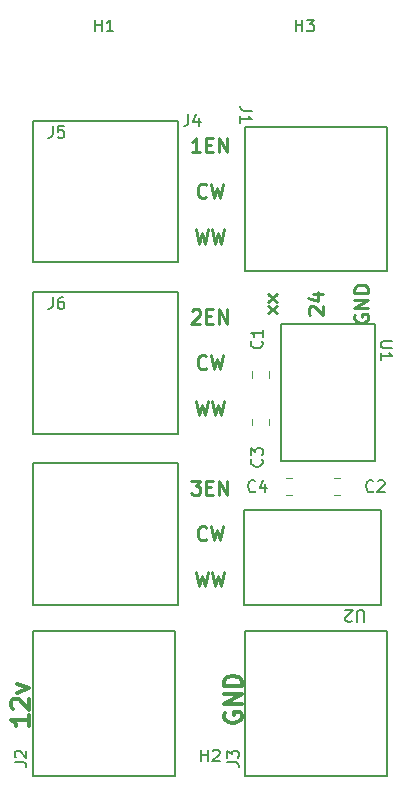
<source format=gbr>
%TF.GenerationSoftware,KiCad,Pcbnew,(6.0.4)*%
%TF.CreationDate,2022-11-04T10:04:38-04:00*%
%TF.ProjectId,controller board,636f6e74-726f-46c6-9c65-7220626f6172,rev?*%
%TF.SameCoordinates,Original*%
%TF.FileFunction,Legend,Top*%
%TF.FilePolarity,Positive*%
%FSLAX46Y46*%
G04 Gerber Fmt 4.6, Leading zero omitted, Abs format (unit mm)*
G04 Created by KiCad (PCBNEW (6.0.4)) date 2022-11-04 10:04:38*
%MOMM*%
%LPD*%
G01*
G04 APERTURE LIST*
%ADD10C,0.250000*%
%ADD11C,0.300000*%
%ADD12C,0.150000*%
%ADD13C,0.120000*%
G04 APERTURE END LIST*
D10*
X125678857Y-66300000D02*
X124878857Y-65671428D01*
X124878857Y-66300000D02*
X125678857Y-65671428D01*
X125678857Y-65328571D02*
X124878857Y-64700000D01*
X124878857Y-65328571D02*
X125678857Y-64700000D01*
X128457142Y-66414285D02*
X128400000Y-66357142D01*
X128342857Y-66242857D01*
X128342857Y-65957142D01*
X128400000Y-65842857D01*
X128457142Y-65785714D01*
X128571428Y-65728571D01*
X128685714Y-65728571D01*
X128857142Y-65785714D01*
X129542857Y-66471428D01*
X129542857Y-65728571D01*
X128742857Y-64700000D02*
X129542857Y-64700000D01*
X128285714Y-64985714D02*
X129142857Y-65271428D01*
X129142857Y-64528571D01*
X132264000Y-66414285D02*
X132206857Y-66528571D01*
X132206857Y-66700000D01*
X132264000Y-66871428D01*
X132378285Y-66985714D01*
X132492571Y-67042857D01*
X132721142Y-67100000D01*
X132892571Y-67100000D01*
X133121142Y-67042857D01*
X133235428Y-66985714D01*
X133349714Y-66871428D01*
X133406857Y-66700000D01*
X133406857Y-66585714D01*
X133349714Y-66414285D01*
X133292571Y-66357142D01*
X132892571Y-66357142D01*
X132892571Y-66585714D01*
X133406857Y-65842857D02*
X132206857Y-65842857D01*
X133406857Y-65157142D01*
X132206857Y-65157142D01*
X133406857Y-64585714D02*
X132206857Y-64585714D01*
X132206857Y-64300000D01*
X132264000Y-64128571D01*
X132378285Y-64014285D01*
X132492571Y-63957142D01*
X132721142Y-63900000D01*
X132892571Y-63900000D01*
X133121142Y-63957142D01*
X133235428Y-64014285D01*
X133349714Y-64128571D01*
X133406857Y-64300000D01*
X133406857Y-64585714D01*
X118428571Y-80478857D02*
X119171428Y-80478857D01*
X118771428Y-80936000D01*
X118942857Y-80936000D01*
X119057142Y-80993142D01*
X119114285Y-81050285D01*
X119171428Y-81164571D01*
X119171428Y-81450285D01*
X119114285Y-81564571D01*
X119057142Y-81621714D01*
X118942857Y-81678857D01*
X118600000Y-81678857D01*
X118485714Y-81621714D01*
X118428571Y-81564571D01*
X119685714Y-81050285D02*
X120085714Y-81050285D01*
X120257142Y-81678857D02*
X119685714Y-81678857D01*
X119685714Y-80478857D01*
X120257142Y-80478857D01*
X120771428Y-81678857D02*
X120771428Y-80478857D01*
X121457142Y-81678857D01*
X121457142Y-80478857D01*
X119685714Y-85428571D02*
X119628571Y-85485714D01*
X119457142Y-85542857D01*
X119342857Y-85542857D01*
X119171428Y-85485714D01*
X119057142Y-85371428D01*
X119000000Y-85257142D01*
X118942857Y-85028571D01*
X118942857Y-84857142D01*
X119000000Y-84628571D01*
X119057142Y-84514285D01*
X119171428Y-84400000D01*
X119342857Y-84342857D01*
X119457142Y-84342857D01*
X119628571Y-84400000D01*
X119685714Y-84457142D01*
X120085714Y-84342857D02*
X120371428Y-85542857D01*
X120600000Y-84685714D01*
X120828571Y-85542857D01*
X121114285Y-84342857D01*
X118800000Y-88206857D02*
X119085714Y-89406857D01*
X119314285Y-88549714D01*
X119542857Y-89406857D01*
X119828571Y-88206857D01*
X120171428Y-88206857D02*
X120457142Y-89406857D01*
X120685714Y-88549714D01*
X120914285Y-89406857D01*
X121200000Y-88206857D01*
X118485714Y-66093142D02*
X118542857Y-66036000D01*
X118657142Y-65978857D01*
X118942857Y-65978857D01*
X119057142Y-66036000D01*
X119114285Y-66093142D01*
X119171428Y-66207428D01*
X119171428Y-66321714D01*
X119114285Y-66493142D01*
X118428571Y-67178857D01*
X119171428Y-67178857D01*
X119685714Y-66550285D02*
X120085714Y-66550285D01*
X120257142Y-67178857D02*
X119685714Y-67178857D01*
X119685714Y-65978857D01*
X120257142Y-65978857D01*
X120771428Y-67178857D02*
X120771428Y-65978857D01*
X121457142Y-67178857D01*
X121457142Y-65978857D01*
X119685714Y-70928571D02*
X119628571Y-70985714D01*
X119457142Y-71042857D01*
X119342857Y-71042857D01*
X119171428Y-70985714D01*
X119057142Y-70871428D01*
X119000000Y-70757142D01*
X118942857Y-70528571D01*
X118942857Y-70357142D01*
X119000000Y-70128571D01*
X119057142Y-70014285D01*
X119171428Y-69900000D01*
X119342857Y-69842857D01*
X119457142Y-69842857D01*
X119628571Y-69900000D01*
X119685714Y-69957142D01*
X120085714Y-69842857D02*
X120371428Y-71042857D01*
X120600000Y-70185714D01*
X120828571Y-71042857D01*
X121114285Y-69842857D01*
X118800000Y-73706857D02*
X119085714Y-74906857D01*
X119314285Y-74049714D01*
X119542857Y-74906857D01*
X119828571Y-73706857D01*
X120171428Y-73706857D02*
X120457142Y-74906857D01*
X120685714Y-74049714D01*
X120914285Y-74906857D01*
X121200000Y-73706857D01*
X119171428Y-52678857D02*
X118485714Y-52678857D01*
X118828571Y-52678857D02*
X118828571Y-51478857D01*
X118714285Y-51650285D01*
X118600000Y-51764571D01*
X118485714Y-51821714D01*
X119685714Y-52050285D02*
X120085714Y-52050285D01*
X120257142Y-52678857D02*
X119685714Y-52678857D01*
X119685714Y-51478857D01*
X120257142Y-51478857D01*
X120771428Y-52678857D02*
X120771428Y-51478857D01*
X121457142Y-52678857D01*
X121457142Y-51478857D01*
X119685714Y-56428571D02*
X119628571Y-56485714D01*
X119457142Y-56542857D01*
X119342857Y-56542857D01*
X119171428Y-56485714D01*
X119057142Y-56371428D01*
X119000000Y-56257142D01*
X118942857Y-56028571D01*
X118942857Y-55857142D01*
X119000000Y-55628571D01*
X119057142Y-55514285D01*
X119171428Y-55400000D01*
X119342857Y-55342857D01*
X119457142Y-55342857D01*
X119628571Y-55400000D01*
X119685714Y-55457142D01*
X120085714Y-55342857D02*
X120371428Y-56542857D01*
X120600000Y-55685714D01*
X120828571Y-56542857D01*
X121114285Y-55342857D01*
X118800000Y-59206857D02*
X119085714Y-60406857D01*
X119314285Y-59549714D01*
X119542857Y-60406857D01*
X119828571Y-59206857D01*
X120171428Y-59206857D02*
X120457142Y-60406857D01*
X120685714Y-59549714D01*
X120914285Y-60406857D01*
X121200000Y-59206857D01*
D11*
X121250000Y-100142857D02*
X121178571Y-100285714D01*
X121178571Y-100500000D01*
X121250000Y-100714285D01*
X121392857Y-100857142D01*
X121535714Y-100928571D01*
X121821428Y-101000000D01*
X122035714Y-101000000D01*
X122321428Y-100928571D01*
X122464285Y-100857142D01*
X122607142Y-100714285D01*
X122678571Y-100500000D01*
X122678571Y-100357142D01*
X122607142Y-100142857D01*
X122535714Y-100071428D01*
X122035714Y-100071428D01*
X122035714Y-100357142D01*
X122678571Y-99428571D02*
X121178571Y-99428571D01*
X122678571Y-98571428D01*
X121178571Y-98571428D01*
X122678571Y-97857142D02*
X121178571Y-97857142D01*
X121178571Y-97500000D01*
X121250000Y-97285714D01*
X121392857Y-97142857D01*
X121535714Y-97071428D01*
X121821428Y-97000000D01*
X122035714Y-97000000D01*
X122321428Y-97071428D01*
X122464285Y-97142857D01*
X122607142Y-97285714D01*
X122678571Y-97500000D01*
X122678571Y-97857142D01*
X104678571Y-100357142D02*
X104678571Y-101214285D01*
X104678571Y-100785714D02*
X103178571Y-100785714D01*
X103392857Y-100928571D01*
X103535714Y-101071428D01*
X103607142Y-101214285D01*
X103321428Y-99785714D02*
X103250000Y-99714285D01*
X103178571Y-99571428D01*
X103178571Y-99214285D01*
X103250000Y-99071428D01*
X103321428Y-99000000D01*
X103464285Y-98928571D01*
X103607142Y-98928571D01*
X103821428Y-99000000D01*
X104678571Y-99857142D01*
X104678571Y-98928571D01*
X103678571Y-98428571D02*
X104678571Y-98071428D01*
X103678571Y-97714285D01*
D12*
%TO.C,H3*%
X127238095Y-42452380D02*
X127238095Y-41452380D01*
X127238095Y-41928571D02*
X127809523Y-41928571D01*
X127809523Y-42452380D02*
X127809523Y-41452380D01*
X128190476Y-41452380D02*
X128809523Y-41452380D01*
X128476190Y-41833333D01*
X128619047Y-41833333D01*
X128714285Y-41880952D01*
X128761904Y-41928571D01*
X128809523Y-42023809D01*
X128809523Y-42261904D01*
X128761904Y-42357142D01*
X128714285Y-42404761D01*
X128619047Y-42452380D01*
X128333333Y-42452380D01*
X128238095Y-42404761D01*
X128190476Y-42357142D01*
%TO.C,H2*%
X119238095Y-104252380D02*
X119238095Y-103252380D01*
X119238095Y-103728571D02*
X119809523Y-103728571D01*
X119809523Y-104252380D02*
X119809523Y-103252380D01*
X120238095Y-103347619D02*
X120285714Y-103300000D01*
X120380952Y-103252380D01*
X120619047Y-103252380D01*
X120714285Y-103300000D01*
X120761904Y-103347619D01*
X120809523Y-103442857D01*
X120809523Y-103538095D01*
X120761904Y-103680952D01*
X120190476Y-104252380D01*
X120809523Y-104252380D01*
%TO.C,H1*%
X110238095Y-42452380D02*
X110238095Y-41452380D01*
X110238095Y-41928571D02*
X110809523Y-41928571D01*
X110809523Y-42452380D02*
X110809523Y-41452380D01*
X111809523Y-42452380D02*
X111238095Y-42452380D01*
X111523809Y-42452380D02*
X111523809Y-41452380D01*
X111428571Y-41595238D01*
X111333333Y-41690476D01*
X111238095Y-41738095D01*
%TO.C,J6*%
X106666666Y-64952380D02*
X106666666Y-65666666D01*
X106619047Y-65809523D01*
X106523809Y-65904761D01*
X106380952Y-65952380D01*
X106285714Y-65952380D01*
X107571428Y-64952380D02*
X107380952Y-64952380D01*
X107285714Y-65000000D01*
X107238095Y-65047619D01*
X107142857Y-65190476D01*
X107095238Y-65380952D01*
X107095238Y-65761904D01*
X107142857Y-65857142D01*
X107190476Y-65904761D01*
X107285714Y-65952380D01*
X107476190Y-65952380D01*
X107571428Y-65904761D01*
X107619047Y-65857142D01*
X107666666Y-65761904D01*
X107666666Y-65523809D01*
X107619047Y-65428571D01*
X107571428Y-65380952D01*
X107476190Y-65333333D01*
X107285714Y-65333333D01*
X107190476Y-65380952D01*
X107142857Y-65428571D01*
X107095238Y-65523809D01*
%TO.C,C1*%
X124357142Y-68666666D02*
X124404761Y-68714285D01*
X124452380Y-68857142D01*
X124452380Y-68952380D01*
X124404761Y-69095238D01*
X124309523Y-69190476D01*
X124214285Y-69238095D01*
X124023809Y-69285714D01*
X123880952Y-69285714D01*
X123690476Y-69238095D01*
X123595238Y-69190476D01*
X123500000Y-69095238D01*
X123452380Y-68952380D01*
X123452380Y-68857142D01*
X123500000Y-68714285D01*
X123547619Y-68666666D01*
X124452380Y-67714285D02*
X124452380Y-68285714D01*
X124452380Y-68000000D02*
X123452380Y-68000000D01*
X123595238Y-68095238D01*
X123690476Y-68190476D01*
X123738095Y-68285714D01*
%TO.C,J5*%
X106666666Y-50452380D02*
X106666666Y-51166666D01*
X106619047Y-51309523D01*
X106523809Y-51404761D01*
X106380952Y-51452380D01*
X106285714Y-51452380D01*
X107619047Y-50452380D02*
X107142857Y-50452380D01*
X107095238Y-50928571D01*
X107142857Y-50880952D01*
X107238095Y-50833333D01*
X107476190Y-50833333D01*
X107571428Y-50880952D01*
X107619047Y-50928571D01*
X107666666Y-51023809D01*
X107666666Y-51261904D01*
X107619047Y-51357142D01*
X107571428Y-51404761D01*
X107476190Y-51452380D01*
X107238095Y-51452380D01*
X107142857Y-51404761D01*
X107095238Y-51357142D01*
%TO.C,J4*%
X118166666Y-49452380D02*
X118166666Y-50166666D01*
X118119047Y-50309523D01*
X118023809Y-50404761D01*
X117880952Y-50452380D01*
X117785714Y-50452380D01*
X119071428Y-49785714D02*
X119071428Y-50452380D01*
X118833333Y-49404761D02*
X118595238Y-50119047D01*
X119214285Y-50119047D01*
%TO.C,U2*%
X133031904Y-92437619D02*
X133031904Y-91628095D01*
X132984285Y-91532857D01*
X132936666Y-91485238D01*
X132841428Y-91437619D01*
X132650952Y-91437619D01*
X132555714Y-91485238D01*
X132508095Y-91532857D01*
X132460476Y-91628095D01*
X132460476Y-92437619D01*
X132031904Y-92342380D02*
X131984285Y-92390000D01*
X131889047Y-92437619D01*
X131650952Y-92437619D01*
X131555714Y-92390000D01*
X131508095Y-92342380D01*
X131460476Y-92247142D01*
X131460476Y-92151904D01*
X131508095Y-92009047D01*
X132079523Y-91437619D01*
X131460476Y-91437619D01*
%TO.C,C4*%
X123833333Y-81357142D02*
X123785714Y-81404761D01*
X123642857Y-81452380D01*
X123547619Y-81452380D01*
X123404761Y-81404761D01*
X123309523Y-81309523D01*
X123261904Y-81214285D01*
X123214285Y-81023809D01*
X123214285Y-80880952D01*
X123261904Y-80690476D01*
X123309523Y-80595238D01*
X123404761Y-80500000D01*
X123547619Y-80452380D01*
X123642857Y-80452380D01*
X123785714Y-80500000D01*
X123833333Y-80547619D01*
X124690476Y-80785714D02*
X124690476Y-81452380D01*
X124452380Y-80404761D02*
X124214285Y-81119047D01*
X124833333Y-81119047D01*
%TO.C,J3*%
X121452380Y-104333333D02*
X122166666Y-104333333D01*
X122309523Y-104380952D01*
X122404761Y-104476190D01*
X122452380Y-104619047D01*
X122452380Y-104714285D01*
X121452380Y-103952380D02*
X121452380Y-103333333D01*
X121833333Y-103666666D01*
X121833333Y-103523809D01*
X121880952Y-103428571D01*
X121928571Y-103380952D01*
X122023809Y-103333333D01*
X122261904Y-103333333D01*
X122357142Y-103380952D01*
X122404761Y-103428571D01*
X122452380Y-103523809D01*
X122452380Y-103809523D01*
X122404761Y-103904761D01*
X122357142Y-103952380D01*
%TO.C,C2*%
X133833333Y-81357142D02*
X133785714Y-81404761D01*
X133642857Y-81452380D01*
X133547619Y-81452380D01*
X133404761Y-81404761D01*
X133309523Y-81309523D01*
X133261904Y-81214285D01*
X133214285Y-81023809D01*
X133214285Y-80880952D01*
X133261904Y-80690476D01*
X133309523Y-80595238D01*
X133404761Y-80500000D01*
X133547619Y-80452380D01*
X133642857Y-80452380D01*
X133785714Y-80500000D01*
X133833333Y-80547619D01*
X134214285Y-80547619D02*
X134261904Y-80500000D01*
X134357142Y-80452380D01*
X134595238Y-80452380D01*
X134690476Y-80500000D01*
X134738095Y-80547619D01*
X134785714Y-80642857D01*
X134785714Y-80738095D01*
X134738095Y-80880952D01*
X134166666Y-81452380D01*
X134785714Y-81452380D01*
%TO.C,J1*%
X123547619Y-49166666D02*
X122833333Y-49166666D01*
X122690476Y-49119047D01*
X122595238Y-49023809D01*
X122547619Y-48880952D01*
X122547619Y-48785714D01*
X122547619Y-50166666D02*
X122547619Y-49595238D01*
X122547619Y-49880952D02*
X123547619Y-49880952D01*
X123404761Y-49785714D01*
X123309523Y-49690476D01*
X123261904Y-49595238D01*
%TO.C,J2*%
X103452380Y-104333333D02*
X104166666Y-104333333D01*
X104309523Y-104380952D01*
X104404761Y-104476190D01*
X104452380Y-104619047D01*
X104452380Y-104714285D01*
X103547619Y-103904761D02*
X103500000Y-103857142D01*
X103452380Y-103761904D01*
X103452380Y-103523809D01*
X103500000Y-103428571D01*
X103547619Y-103380952D01*
X103642857Y-103333333D01*
X103738095Y-103333333D01*
X103880952Y-103380952D01*
X104452380Y-103952380D01*
X104452380Y-103333333D01*
%TO.C,U1*%
X135437619Y-68682095D02*
X134628095Y-68682095D01*
X134532857Y-68729714D01*
X134485238Y-68777333D01*
X134437619Y-68872571D01*
X134437619Y-69063047D01*
X134485238Y-69158285D01*
X134532857Y-69205904D01*
X134628095Y-69253523D01*
X135437619Y-69253523D01*
X134437619Y-70253523D02*
X134437619Y-69682095D01*
X134437619Y-69967809D02*
X135437619Y-69967809D01*
X135294761Y-69872571D01*
X135199523Y-69777333D01*
X135151904Y-69682095D01*
%TO.C,C3*%
X124357142Y-78666666D02*
X124404761Y-78714285D01*
X124452380Y-78857142D01*
X124452380Y-78952380D01*
X124404761Y-79095238D01*
X124309523Y-79190476D01*
X124214285Y-79238095D01*
X124023809Y-79285714D01*
X123880952Y-79285714D01*
X123690476Y-79238095D01*
X123595238Y-79190476D01*
X123500000Y-79095238D01*
X123452380Y-78952380D01*
X123452380Y-78857142D01*
X123500000Y-78714285D01*
X123547619Y-78666666D01*
X123452380Y-78333333D02*
X123452380Y-77714285D01*
X123833333Y-78047619D01*
X123833333Y-77904761D01*
X123880952Y-77809523D01*
X123928571Y-77761904D01*
X124023809Y-77714285D01*
X124261904Y-77714285D01*
X124357142Y-77761904D01*
X124404761Y-77809523D01*
X124452380Y-77904761D01*
X124452380Y-78190476D01*
X124404761Y-78285714D01*
X124357142Y-78333333D01*
%TO.C,J6*%
X105000000Y-79000000D02*
X117250000Y-79000000D01*
X117250000Y-79000000D02*
X117250000Y-91000000D01*
X117250000Y-91000000D02*
X105000000Y-91000000D01*
X105000000Y-91000000D02*
X105000000Y-79000000D01*
D13*
%TO.C,C1*%
X125021000Y-71238748D02*
X125021000Y-71761252D01*
X123551000Y-71238748D02*
X123551000Y-71761252D01*
D12*
%TO.C,J5*%
X105000000Y-64500000D02*
X117250000Y-64500000D01*
X117250000Y-64500000D02*
X117250000Y-76500000D01*
X117250000Y-76500000D02*
X105000000Y-76500000D01*
X105000000Y-76500000D02*
X105000000Y-64500000D01*
%TO.C,J4*%
X105000000Y-50000000D02*
X117250000Y-50000000D01*
X117250000Y-50000000D02*
X117250000Y-62000000D01*
X117250000Y-62000000D02*
X105000000Y-62000000D01*
X105000000Y-62000000D02*
X105000000Y-50000000D01*
%TO.C,U2*%
X134514000Y-91000000D02*
X122914000Y-91000000D01*
X122914000Y-91000000D02*
X122914000Y-83000000D01*
X122914000Y-83000000D02*
X134514000Y-83000000D01*
X134514000Y-83000000D02*
X134514000Y-91000000D01*
D13*
%TO.C,C4*%
X126452748Y-80265000D02*
X126975252Y-80265000D01*
X126452748Y-81735000D02*
X126975252Y-81735000D01*
D12*
%TO.C,J3*%
X123000000Y-105500000D02*
X135000000Y-105500000D01*
X135000000Y-105500000D02*
X135000000Y-93250000D01*
X135000000Y-93250000D02*
X123000000Y-93250000D01*
X123000000Y-93250000D02*
X123000000Y-105500000D01*
D13*
%TO.C,C2*%
X130975252Y-81735000D02*
X130452748Y-81735000D01*
X130975252Y-80265000D02*
X130452748Y-80265000D01*
D12*
%TO.C,J1*%
X135000000Y-50500000D02*
X123000000Y-50500000D01*
X123000000Y-50500000D02*
X123000000Y-62750000D01*
X123000000Y-62750000D02*
X135000000Y-62750000D01*
X135000000Y-62750000D02*
X135000000Y-50500000D01*
%TO.C,J2*%
X105000000Y-105500000D02*
X117000000Y-105500000D01*
X117000000Y-105500000D02*
X117000000Y-93250000D01*
X117000000Y-93250000D02*
X105000000Y-93250000D01*
X105000000Y-93250000D02*
X105000000Y-105500000D01*
%TO.C,U1*%
X134000000Y-67200000D02*
X126000000Y-67200000D01*
X126000000Y-67200000D02*
X126000000Y-78800000D01*
X126000000Y-78800000D02*
X134000000Y-78800000D01*
X134000000Y-78800000D02*
X134000000Y-67200000D01*
D13*
%TO.C,C3*%
X123551000Y-75761252D02*
X123551000Y-75238748D01*
X125021000Y-75761252D02*
X125021000Y-75238748D01*
%TD*%
M02*

</source>
